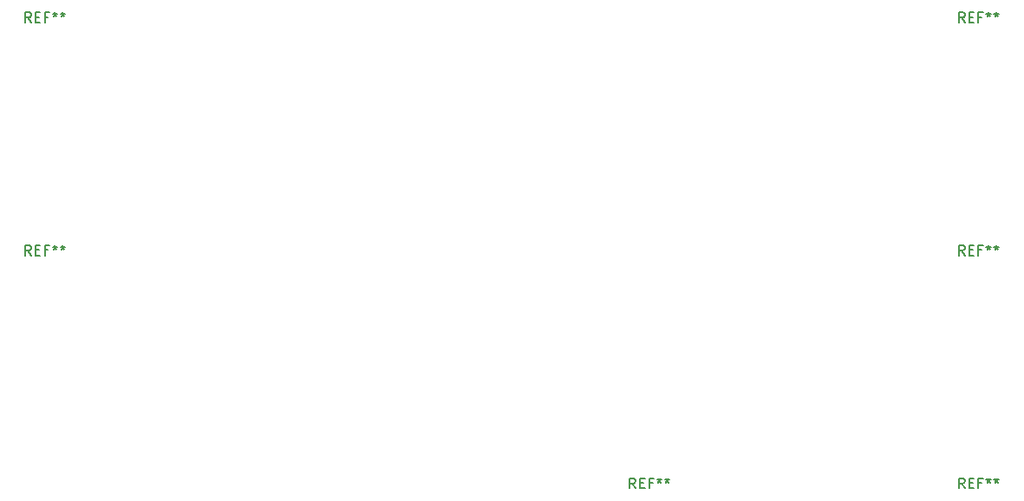
<source format=gbr>
G04 #@! TF.GenerationSoftware,KiCad,Pcbnew,(5.1.6-0-10_14)*
G04 #@! TF.CreationDate,2022-09-03T20:20:15+09:00*
G04 #@! TF.ProjectId,cool536,636f6f6c-3533-4362-9e6b-696361645f70,rev?*
G04 #@! TF.SameCoordinates,Original*
G04 #@! TF.FileFunction,Legend,Top*
G04 #@! TF.FilePolarity,Positive*
%FSLAX46Y46*%
G04 Gerber Fmt 4.6, Leading zero omitted, Abs format (unit mm)*
G04 Created by KiCad (PCBNEW (5.1.6-0-10_14)) date 2022-09-03 20:20:15*
%MOMM*%
%LPD*%
G01*
G04 APERTURE LIST*
%ADD10C,0.150000*%
G04 APERTURE END LIST*
D10*
X170966666Y70148619D02*
X170633333Y70624809D01*
X170395238Y70148619D02*
X170395238Y71148619D01*
X170776190Y71148619D01*
X170871428Y71101000D01*
X170919047Y71053380D01*
X170966666Y70958142D01*
X170966666Y70815285D01*
X170919047Y70720047D01*
X170871428Y70672428D01*
X170776190Y70624809D01*
X170395238Y70624809D01*
X171395238Y70672428D02*
X171728571Y70672428D01*
X171871428Y70148619D02*
X171395238Y70148619D01*
X171395238Y71148619D01*
X171871428Y71148619D01*
X172633333Y70672428D02*
X172300000Y70672428D01*
X172300000Y70148619D02*
X172300000Y71148619D01*
X172776190Y71148619D01*
X173300000Y71148619D02*
X173300000Y70910523D01*
X173061904Y71005761D02*
X173300000Y70910523D01*
X173538095Y71005761D01*
X173157142Y70720047D02*
X173300000Y70910523D01*
X173442857Y70720047D01*
X174061904Y71148619D02*
X174061904Y70910523D01*
X173823809Y71005761D02*
X174061904Y70910523D01*
X174300000Y71005761D01*
X173919047Y70720047D02*
X174061904Y70910523D01*
X174204761Y70720047D01*
X262146666Y70148619D02*
X261813333Y70624809D01*
X261575238Y70148619D02*
X261575238Y71148619D01*
X261956190Y71148619D01*
X262051428Y71101000D01*
X262099047Y71053380D01*
X262146666Y70958142D01*
X262146666Y70815285D01*
X262099047Y70720047D01*
X262051428Y70672428D01*
X261956190Y70624809D01*
X261575238Y70624809D01*
X262575238Y70672428D02*
X262908571Y70672428D01*
X263051428Y70148619D02*
X262575238Y70148619D01*
X262575238Y71148619D01*
X263051428Y71148619D01*
X263813333Y70672428D02*
X263480000Y70672428D01*
X263480000Y70148619D02*
X263480000Y71148619D01*
X263956190Y71148619D01*
X264480000Y71148619D02*
X264480000Y70910523D01*
X264241904Y71005761D02*
X264480000Y70910523D01*
X264718095Y71005761D01*
X264337142Y70720047D02*
X264480000Y70910523D01*
X264622857Y70720047D01*
X265241904Y71148619D02*
X265241904Y70910523D01*
X265003809Y71005761D02*
X265241904Y70910523D01*
X265480000Y71005761D01*
X265099047Y70720047D02*
X265241904Y70910523D01*
X265384761Y70720047D01*
X229986666Y24648619D02*
X229653333Y25124809D01*
X229415238Y24648619D02*
X229415238Y25648619D01*
X229796190Y25648619D01*
X229891428Y25601000D01*
X229939047Y25553380D01*
X229986666Y25458142D01*
X229986666Y25315285D01*
X229939047Y25220047D01*
X229891428Y25172428D01*
X229796190Y25124809D01*
X229415238Y25124809D01*
X230415238Y25172428D02*
X230748571Y25172428D01*
X230891428Y24648619D02*
X230415238Y24648619D01*
X230415238Y25648619D01*
X230891428Y25648619D01*
X231653333Y25172428D02*
X231320000Y25172428D01*
X231320000Y24648619D02*
X231320000Y25648619D01*
X231796190Y25648619D01*
X232320000Y25648619D02*
X232320000Y25410523D01*
X232081904Y25505761D02*
X232320000Y25410523D01*
X232558095Y25505761D01*
X232177142Y25220047D02*
X232320000Y25410523D01*
X232462857Y25220047D01*
X233081904Y25648619D02*
X233081904Y25410523D01*
X232843809Y25505761D02*
X233081904Y25410523D01*
X233320000Y25505761D01*
X232939047Y25220047D02*
X233081904Y25410523D01*
X233224761Y25220047D01*
X262146666Y24648619D02*
X261813333Y25124809D01*
X261575238Y24648619D02*
X261575238Y25648619D01*
X261956190Y25648619D01*
X262051428Y25601000D01*
X262099047Y25553380D01*
X262146666Y25458142D01*
X262146666Y25315285D01*
X262099047Y25220047D01*
X262051428Y25172428D01*
X261956190Y25124809D01*
X261575238Y25124809D01*
X262575238Y25172428D02*
X262908571Y25172428D01*
X263051428Y24648619D02*
X262575238Y24648619D01*
X262575238Y25648619D01*
X263051428Y25648619D01*
X263813333Y25172428D02*
X263480000Y25172428D01*
X263480000Y24648619D02*
X263480000Y25648619D01*
X263956190Y25648619D01*
X264480000Y25648619D02*
X264480000Y25410523D01*
X264241904Y25505761D02*
X264480000Y25410523D01*
X264718095Y25505761D01*
X264337142Y25220047D02*
X264480000Y25410523D01*
X264622857Y25220047D01*
X265241904Y25648619D02*
X265241904Y25410523D01*
X265003809Y25505761D02*
X265241904Y25410523D01*
X265480000Y25505761D01*
X265099047Y25220047D02*
X265241904Y25410523D01*
X265384761Y25220047D01*
X262146666Y47398619D02*
X261813333Y47874809D01*
X261575238Y47398619D02*
X261575238Y48398619D01*
X261956190Y48398619D01*
X262051428Y48351000D01*
X262099047Y48303380D01*
X262146666Y48208142D01*
X262146666Y48065285D01*
X262099047Y47970047D01*
X262051428Y47922428D01*
X261956190Y47874809D01*
X261575238Y47874809D01*
X262575238Y47922428D02*
X262908571Y47922428D01*
X263051428Y47398619D02*
X262575238Y47398619D01*
X262575238Y48398619D01*
X263051428Y48398619D01*
X263813333Y47922428D02*
X263480000Y47922428D01*
X263480000Y47398619D02*
X263480000Y48398619D01*
X263956190Y48398619D01*
X264480000Y48398619D02*
X264480000Y48160523D01*
X264241904Y48255761D02*
X264480000Y48160523D01*
X264718095Y48255761D01*
X264337142Y47970047D02*
X264480000Y48160523D01*
X264622857Y47970047D01*
X265241904Y48398619D02*
X265241904Y48160523D01*
X265003809Y48255761D02*
X265241904Y48160523D01*
X265480000Y48255761D01*
X265099047Y47970047D02*
X265241904Y48160523D01*
X265384761Y47970047D01*
X170966666Y47398619D02*
X170633333Y47874809D01*
X170395238Y47398619D02*
X170395238Y48398619D01*
X170776190Y48398619D01*
X170871428Y48351000D01*
X170919047Y48303380D01*
X170966666Y48208142D01*
X170966666Y48065285D01*
X170919047Y47970047D01*
X170871428Y47922428D01*
X170776190Y47874809D01*
X170395238Y47874809D01*
X171395238Y47922428D02*
X171728571Y47922428D01*
X171871428Y47398619D02*
X171395238Y47398619D01*
X171395238Y48398619D01*
X171871428Y48398619D01*
X172633333Y47922428D02*
X172300000Y47922428D01*
X172300000Y47398619D02*
X172300000Y48398619D01*
X172776190Y48398619D01*
X173300000Y48398619D02*
X173300000Y48160523D01*
X173061904Y48255761D02*
X173300000Y48160523D01*
X173538095Y48255761D01*
X173157142Y47970047D02*
X173300000Y48160523D01*
X173442857Y47970047D01*
X174061904Y48398619D02*
X174061904Y48160523D01*
X173823809Y48255761D02*
X174061904Y48160523D01*
X174300000Y48255761D01*
X173919047Y47970047D02*
X174061904Y48160523D01*
X174204761Y47970047D01*
M02*

</source>
